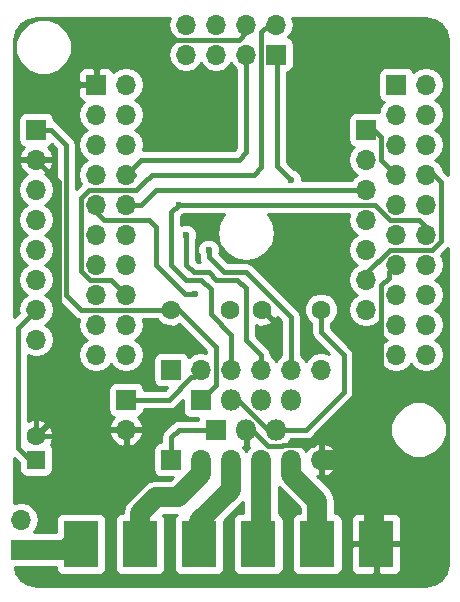
<source format=gtl>
G04 #@! TF.FileFunction,Copper,L1,Top,Signal*
%FSLAX46Y46*%
G04 Gerber Fmt 4.6, Leading zero omitted, Abs format (unit mm)*
G04 Created by KiCad (PCBNEW 4.0.7) date 05/29/20 13:35:46*
%MOMM*%
%LPD*%
G01*
G04 APERTURE LIST*
%ADD10C,0.100000*%
%ADD11C,1.600000*%
%ADD12R,1.700000X1.700000*%
%ADD13O,1.700000X1.700000*%
%ADD14R,3.000000X4.000000*%
%ADD15R,1.800000X1.800000*%
%ADD16O,1.800000X1.800000*%
%ADD17R,1.600000X1.600000*%
%ADD18C,0.600000*%
%ADD19C,0.400000*%
%ADD20C,1.700000*%
%ADD21C,0.250000*%
%ADD22C,0.254000*%
G04 APERTURE END LIST*
D10*
D11*
X90170000Y-68580000D03*
X95170000Y-68580000D03*
X102870000Y-68580000D03*
X97870000Y-68580000D03*
D12*
X99060000Y-46990000D03*
D13*
X99060000Y-44450000D03*
X96520000Y-46990000D03*
X96520000Y-44450000D03*
X93980000Y-46990000D03*
X93980000Y-44450000D03*
X91440000Y-46990000D03*
X91440000Y-44450000D03*
D12*
X78740000Y-53340000D03*
D13*
X78740000Y-55880000D03*
X78740000Y-58420000D03*
X78740000Y-60960000D03*
X78740000Y-63500000D03*
X78740000Y-66040000D03*
X78740000Y-68580000D03*
X78740000Y-71120000D03*
D12*
X106680000Y-53340000D03*
D13*
X106680000Y-55880000D03*
X106680000Y-58420000D03*
X106680000Y-60960000D03*
X106680000Y-63500000D03*
X106680000Y-66040000D03*
X106680000Y-68580000D03*
D12*
X90170000Y-81280000D03*
D13*
X92710000Y-81280000D03*
X95250000Y-81280000D03*
X97790000Y-81280000D03*
X100330000Y-81280000D03*
X102870000Y-81280000D03*
D12*
X90170000Y-73660000D03*
D13*
X92710000Y-73660000D03*
X95250000Y-73660000D03*
X97790000Y-73660000D03*
X100330000Y-73660000D03*
X102870000Y-73660000D03*
D12*
X83820000Y-49530000D03*
D13*
X86360000Y-49530000D03*
X83820000Y-52070000D03*
X86360000Y-52070000D03*
X83820000Y-54610000D03*
X86360000Y-54610000D03*
X83820000Y-57150000D03*
X86360000Y-57150000D03*
X83820000Y-59690000D03*
X86360000Y-59690000D03*
X83820000Y-62230000D03*
X86360000Y-62230000D03*
X83820000Y-64770000D03*
X86360000Y-64770000D03*
X83820000Y-67310000D03*
X86360000Y-67310000D03*
X83820000Y-69850000D03*
X86360000Y-69850000D03*
X83820000Y-72390000D03*
X86360000Y-72390000D03*
D12*
X109220000Y-49530000D03*
D13*
X111760000Y-49530000D03*
X109220000Y-52070000D03*
X111760000Y-52070000D03*
X109220000Y-54610000D03*
X111760000Y-54610000D03*
X109220000Y-57150000D03*
X111760000Y-57150000D03*
X109220000Y-59690000D03*
X111760000Y-59690000D03*
X109220000Y-62230000D03*
X111760000Y-62230000D03*
X109220000Y-64770000D03*
X111760000Y-64770000D03*
X109220000Y-67310000D03*
X111760000Y-67310000D03*
X109220000Y-69850000D03*
X111760000Y-69850000D03*
X109220000Y-72390000D03*
X111760000Y-72390000D03*
D14*
X82550000Y-88430000D03*
X87550000Y-88430000D03*
X92550000Y-88430000D03*
X97550000Y-88430000D03*
X102550000Y-88430000D03*
X107550000Y-88430000D03*
D12*
X77470000Y-88900000D03*
D13*
X77470000Y-86360000D03*
D15*
X92710000Y-76200000D03*
D16*
X95250000Y-76200000D03*
X97790000Y-76200000D03*
X100330000Y-76200000D03*
D15*
X93980000Y-78740000D03*
D16*
X96520000Y-78740000D03*
X99060000Y-78740000D03*
D17*
X78740000Y-81280000D03*
D11*
X78740000Y-79280000D03*
D12*
X86360000Y-76200000D03*
D13*
X86360000Y-78740000D03*
D18*
X110490000Y-45720000D03*
X107950000Y-45720000D03*
X105410000Y-45720000D03*
X80645000Y-84455000D03*
X81280000Y-83820000D03*
X78740000Y-74295000D03*
X78740000Y-75565000D03*
X100330000Y-57577400D03*
X90805000Y-59690000D03*
X91440000Y-62230000D03*
X93345000Y-63500000D03*
X92182300Y-67261100D03*
D19*
X90170000Y-79375000D02*
X90170000Y-81280000D01*
X90805000Y-78740000D02*
X90170000Y-79375000D01*
X93980000Y-78740000D02*
X90805000Y-78740000D01*
D20*
X81280000Y-88900000D02*
X77470000Y-88900000D01*
X82550000Y-87630000D02*
X81280000Y-88900000D01*
D19*
X80010000Y-53340000D02*
X78740000Y-53340000D01*
X81280000Y-54610000D02*
X80010000Y-53340000D01*
X81280000Y-67310000D02*
X81280000Y-54610000D01*
X82550000Y-68580000D02*
X81280000Y-67310000D01*
X90170000Y-68580000D02*
X82550000Y-68580000D01*
X93980000Y-74930000D02*
X92710000Y-76200000D01*
X93980000Y-71755000D02*
X93980000Y-74930000D01*
X90805000Y-68580000D02*
X93980000Y-71755000D01*
X90170000Y-68580000D02*
X90805000Y-68580000D01*
X105410000Y-45720000D02*
X107950000Y-45720000D01*
X83820000Y-49530000D02*
X83820000Y-48260000D01*
X95885000Y-45720000D02*
X96520000Y-45085000D01*
X86360000Y-45720000D02*
X95885000Y-45720000D01*
X83820000Y-48260000D02*
X86360000Y-45720000D01*
X96520000Y-45085000D02*
X96520000Y-44450000D01*
X81280000Y-79375000D02*
X81280000Y-83820000D01*
X81185000Y-79280000D02*
X81280000Y-79375000D01*
X78740000Y-79280000D02*
X81185000Y-79280000D01*
X78740000Y-79280000D02*
X78740000Y-75565000D01*
X96520000Y-45085000D02*
X96520000Y-44450000D01*
D20*
X107315000Y-87395000D02*
X107550000Y-87630000D01*
X107315000Y-83820000D02*
X107315000Y-87395000D01*
X104775000Y-81280000D02*
X107315000Y-83820000D01*
X102870000Y-81280000D02*
X104775000Y-81280000D01*
D19*
X80645000Y-72390000D02*
X78740000Y-74295000D01*
X80645000Y-57785000D02*
X80645000Y-72390000D01*
X78740000Y-55880000D02*
X80645000Y-57785000D01*
X102858000Y-81280000D02*
X102870000Y-81280000D01*
X102858000Y-80654700D02*
X102858000Y-81280000D01*
X108585000Y-65405000D02*
X109220000Y-64770000D01*
X108585000Y-65903400D02*
X108585000Y-65405000D01*
X107950000Y-66538000D02*
X108585000Y-65903400D01*
X107950000Y-74285300D02*
X107950000Y-66538000D01*
X102220000Y-80016200D02*
X107950000Y-74285300D01*
X99622900Y-80016200D02*
X102220000Y-80016200D01*
X99547800Y-80091300D02*
X99622900Y-80016200D01*
X98369700Y-80091300D02*
X99547800Y-80091300D01*
X97018400Y-78740000D02*
X98369700Y-80091300D01*
X96520000Y-78740000D02*
X97018400Y-78740000D01*
X86360000Y-67310000D02*
X85090000Y-66040000D01*
X83278400Y-66040000D02*
X83298100Y-66059700D01*
X85090000Y-66040000D02*
X83278400Y-66040000D01*
X97155000Y-57150000D02*
X88520000Y-57150000D01*
X83298100Y-66059700D02*
X82556700Y-65318300D01*
X82556700Y-65318300D02*
X82556700Y-59139000D01*
X82556700Y-59139000D02*
X83256100Y-58439600D01*
X83256100Y-58439600D02*
X87230400Y-58439600D01*
X87230400Y-58439600D02*
X87885000Y-57785000D01*
X97809600Y-47625000D02*
X97809600Y-45065400D01*
X97809600Y-45065400D02*
X98425000Y-44450000D01*
X97809600Y-56495400D02*
X97155000Y-57150000D01*
X97809600Y-47625000D02*
X97809600Y-56495400D01*
X88520000Y-57150000D02*
X87885000Y-57785000D01*
X99060000Y-44450000D02*
X98425000Y-44450000D01*
X78232000Y-81280000D02*
X78740000Y-81280000D01*
X77216000Y-80264000D02*
X78232000Y-81280000D01*
X77216000Y-70104000D02*
X77216000Y-80264000D01*
X78740000Y-68580000D02*
X77216000Y-70104000D01*
X101600000Y-78740000D02*
X99060000Y-78740000D01*
X104775000Y-75565000D02*
X101600000Y-78740000D01*
X104775000Y-72390000D02*
X104775000Y-75565000D01*
X102870000Y-70485000D02*
X104775000Y-72390000D01*
X102870000Y-68580000D02*
X102870000Y-70485000D01*
X98359100Y-78740000D02*
X99060000Y-78740000D01*
X95819100Y-76200000D02*
X98359100Y-78740000D01*
X95250000Y-76200000D02*
X95819100Y-76200000D01*
X88880300Y-58420000D02*
X106680000Y-58420000D01*
X87610300Y-59690000D02*
X88880300Y-58420000D01*
X86360000Y-59690000D02*
X87610300Y-59690000D01*
X86360000Y-57150000D02*
X87630000Y-55880000D01*
X96520000Y-55245000D02*
X96520000Y-46990000D01*
X95885000Y-55880000D02*
X96520000Y-55245000D01*
X87630000Y-55880000D02*
X95885000Y-55880000D01*
X86995000Y-57150000D02*
X86677500Y-57150000D01*
X86677500Y-57150000D02*
X86360000Y-57150000D01*
X99163800Y-56411200D02*
X99163800Y-47093800D01*
X100330000Y-57577400D02*
X99163800Y-56411200D01*
X99163800Y-47093800D02*
X99060000Y-46990000D01*
X107315000Y-53340000D02*
X106680000Y-53340000D01*
X107950000Y-53975000D02*
X107315000Y-53340000D01*
X107950000Y-55880000D02*
X107950000Y-53975000D01*
X109220000Y-57150000D02*
X107950000Y-55880000D01*
X109220000Y-56515000D02*
X109220000Y-57150000D01*
X95250000Y-70718800D02*
X95250000Y-73660000D01*
X93517000Y-68985800D02*
X95250000Y-70718800D01*
X93517000Y-66847000D02*
X93517000Y-68985800D01*
X92710000Y-66040000D02*
X93517000Y-66847000D01*
X91440000Y-66040000D02*
X92710000Y-66040000D01*
X90170000Y-64770000D02*
X91440000Y-66040000D01*
X90170000Y-60325000D02*
X90170000Y-64770000D01*
X90805000Y-59690000D02*
X90170000Y-60325000D01*
X107414000Y-59690000D02*
X90805000Y-59690000D01*
X108684000Y-60960000D02*
X107414000Y-59690000D01*
X111125000Y-60960000D02*
X108684000Y-60960000D01*
X111760000Y-61595000D02*
X111125000Y-60960000D01*
X111760000Y-62230000D02*
X111760000Y-61595000D01*
X97790000Y-72409700D02*
X97790000Y-73660000D01*
X96520000Y-71139700D02*
X97790000Y-72409700D01*
X96520000Y-66769100D02*
X96520000Y-71139700D01*
X95790900Y-66040000D02*
X96520000Y-66769100D01*
X93980000Y-66040000D02*
X95790900Y-66040000D01*
X93345000Y-65405000D02*
X93980000Y-66040000D01*
X92075000Y-65405000D02*
X93345000Y-65405000D01*
X91440000Y-64770000D02*
X92075000Y-65405000D01*
X91440000Y-62230000D02*
X91440000Y-64770000D01*
X100330000Y-69215000D02*
X100330000Y-73660000D01*
X96520000Y-65405000D02*
X100330000Y-69215000D01*
X94615000Y-65405000D02*
X96520000Y-65405000D01*
X93345000Y-64135000D02*
X94615000Y-65405000D01*
X93345000Y-63500000D02*
X93345000Y-64135000D01*
X112395000Y-57150000D02*
X111760000Y-57150000D01*
X113030000Y-57785000D02*
X112395000Y-57150000D01*
X113030000Y-62748000D02*
X113030000Y-57785000D01*
X112278000Y-63500000D02*
X113030000Y-62748000D01*
X108689000Y-63500000D02*
X112278000Y-63500000D01*
X106680000Y-65509000D02*
X108689000Y-63500000D01*
X106680000Y-65509000D02*
X106680000Y-66040000D01*
X91391100Y-67261100D02*
X92182300Y-67261100D01*
X88900000Y-64770000D02*
X91391100Y-67261100D01*
X88900000Y-61595000D02*
X88900000Y-64770000D01*
X88265000Y-60960000D02*
X88900000Y-61595000D01*
X84455000Y-60960000D02*
X88265000Y-60960000D01*
X83820000Y-60325000D02*
X84455000Y-60960000D01*
X83820000Y-59690000D02*
X83820000Y-60325000D01*
D20*
X87550000Y-85805000D02*
X87550000Y-87630000D01*
X88900000Y-84455000D02*
X87550000Y-85805000D01*
X90725000Y-84455000D02*
X88900000Y-84455000D01*
X92710000Y-82470000D02*
X90725000Y-84455000D01*
X92710000Y-81280000D02*
X92710000Y-82470000D01*
X95250000Y-83820000D02*
X95250000Y-81280000D01*
X92550000Y-86520000D02*
X95250000Y-83820000D01*
X92550000Y-87630000D02*
X92550000Y-86520000D01*
X97790000Y-81280000D02*
X97790000Y-87390000D01*
D21*
X97550000Y-87630000D02*
X97790000Y-87390000D01*
D20*
X97790000Y-87390000D02*
X97550000Y-87630000D01*
X102550000Y-84770000D02*
X102550000Y-87630000D01*
X100330000Y-82550000D02*
X102550000Y-84770000D01*
X100330000Y-81280000D02*
X100330000Y-82550000D01*
D19*
X92075000Y-74295000D02*
X92710000Y-73660000D01*
X91891900Y-74295000D02*
X92075000Y-74295000D01*
X89986900Y-76200000D02*
X91891900Y-74295000D01*
X86360000Y-76200000D02*
X89986900Y-76200000D01*
D22*
G36*
X89955000Y-44420907D02*
X89955000Y-44479093D01*
X90068039Y-45047378D01*
X90389946Y-45529147D01*
X90675578Y-45720000D01*
X90389946Y-45910853D01*
X90068039Y-46392622D01*
X89955000Y-46960907D01*
X89955000Y-47019093D01*
X90068039Y-47587378D01*
X90389946Y-48069147D01*
X90871715Y-48391054D01*
X91440000Y-48504093D01*
X92008285Y-48391054D01*
X92490054Y-48069147D01*
X92710000Y-47739974D01*
X92929946Y-48069147D01*
X93411715Y-48391054D01*
X93980000Y-48504093D01*
X94548285Y-48391054D01*
X95030054Y-48069147D01*
X95250000Y-47739974D01*
X95469946Y-48069147D01*
X95685000Y-48212841D01*
X95685000Y-54899132D01*
X95539132Y-55045000D01*
X87787566Y-55045000D01*
X87874093Y-54610000D01*
X87761054Y-54041715D01*
X87439147Y-53559946D01*
X87109974Y-53340000D01*
X87439147Y-53120054D01*
X87761054Y-52638285D01*
X87874093Y-52070000D01*
X87761054Y-51501715D01*
X87439147Y-51019946D01*
X87109974Y-50800000D01*
X87439147Y-50580054D01*
X87761054Y-50098285D01*
X87874093Y-49530000D01*
X87761054Y-48961715D01*
X87439147Y-48479946D01*
X86957378Y-48158039D01*
X86389093Y-48045000D01*
X86330907Y-48045000D01*
X85762622Y-48158039D01*
X85280853Y-48479946D01*
X85276903Y-48485858D01*
X85208327Y-48320301D01*
X85029698Y-48141673D01*
X84796309Y-48045000D01*
X84105750Y-48045000D01*
X83947000Y-48203750D01*
X83947000Y-49403000D01*
X83967000Y-49403000D01*
X83967000Y-49657000D01*
X83947000Y-49657000D01*
X83947000Y-49677000D01*
X83693000Y-49677000D01*
X83693000Y-49657000D01*
X82493750Y-49657000D01*
X82335000Y-49815750D01*
X82335000Y-50506310D01*
X82431673Y-50739699D01*
X82610302Y-50918327D01*
X82784777Y-50990597D01*
X82740853Y-51019946D01*
X82418946Y-51501715D01*
X82305907Y-52070000D01*
X82418946Y-52638285D01*
X82740853Y-53120054D01*
X83070026Y-53340000D01*
X82740853Y-53559946D01*
X82418946Y-54041715D01*
X82305907Y-54610000D01*
X82418946Y-55178285D01*
X82740853Y-55660054D01*
X83070026Y-55880000D01*
X82740853Y-56099946D01*
X82418946Y-56581715D01*
X82305907Y-57150000D01*
X82418946Y-57718285D01*
X82570192Y-57944640D01*
X82115000Y-58399832D01*
X82115000Y-54610000D01*
X82051439Y-54290459D01*
X81870434Y-54019566D01*
X80600434Y-52749566D01*
X80433890Y-52638285D01*
X80329541Y-52568561D01*
X80237440Y-52550241D01*
X80237440Y-52490000D01*
X80193162Y-52254683D01*
X80054090Y-52038559D01*
X79841890Y-51893569D01*
X79590000Y-51842560D01*
X77890000Y-51842560D01*
X77654683Y-51886838D01*
X77438559Y-52025910D01*
X77293569Y-52238110D01*
X77242560Y-52490000D01*
X77242560Y-54190000D01*
X77286838Y-54425317D01*
X77425910Y-54641441D01*
X77638110Y-54786431D01*
X77746107Y-54808301D01*
X77468355Y-55113076D01*
X77298524Y-55523110D01*
X77419845Y-55753000D01*
X78613000Y-55753000D01*
X78613000Y-55733000D01*
X78867000Y-55733000D01*
X78867000Y-55753000D01*
X80060155Y-55753000D01*
X80181476Y-55523110D01*
X80011645Y-55113076D01*
X79735499Y-54810063D01*
X79825317Y-54793162D01*
X80041441Y-54654090D01*
X80082756Y-54593624D01*
X80445000Y-54955868D01*
X80445000Y-67310000D01*
X80508561Y-67629541D01*
X80656892Y-67851534D01*
X80689566Y-67900434D01*
X81959566Y-69170434D01*
X82230459Y-69351439D01*
X82398431Y-69384851D01*
X82305907Y-69850000D01*
X82418946Y-70418285D01*
X82740853Y-70900054D01*
X83070026Y-71120000D01*
X82740853Y-71339946D01*
X82418946Y-71821715D01*
X82305907Y-72390000D01*
X82418946Y-72958285D01*
X82740853Y-73440054D01*
X83222622Y-73761961D01*
X83790907Y-73875000D01*
X83849093Y-73875000D01*
X84417378Y-73761961D01*
X84899147Y-73440054D01*
X85090000Y-73154422D01*
X85280853Y-73440054D01*
X85762622Y-73761961D01*
X86330907Y-73875000D01*
X86389093Y-73875000D01*
X86957378Y-73761961D01*
X87439147Y-73440054D01*
X87761054Y-72958285D01*
X87874093Y-72390000D01*
X87761054Y-71821715D01*
X87439147Y-71339946D01*
X87109974Y-71120000D01*
X87439147Y-70900054D01*
X87761054Y-70418285D01*
X87874093Y-69850000D01*
X87787566Y-69415000D01*
X88975917Y-69415000D01*
X89356077Y-69795824D01*
X89883309Y-70014750D01*
X90454187Y-70015248D01*
X90882433Y-69838301D01*
X93145000Y-72100868D01*
X93145000Y-72232434D01*
X92710000Y-72145907D01*
X92141715Y-72258946D01*
X91659946Y-72580853D01*
X91632150Y-72622452D01*
X91623162Y-72574683D01*
X91484090Y-72358559D01*
X91271890Y-72213569D01*
X91020000Y-72162560D01*
X89320000Y-72162560D01*
X89084683Y-72206838D01*
X88868559Y-72345910D01*
X88723569Y-72558110D01*
X88672560Y-72810000D01*
X88672560Y-74510000D01*
X88716838Y-74745317D01*
X88855910Y-74961441D01*
X89068110Y-75106431D01*
X89320000Y-75157440D01*
X89848592Y-75157440D01*
X89641032Y-75365000D01*
X87857440Y-75365000D01*
X87857440Y-75350000D01*
X87813162Y-75114683D01*
X87674090Y-74898559D01*
X87461890Y-74753569D01*
X87210000Y-74702560D01*
X85510000Y-74702560D01*
X85274683Y-74746838D01*
X85058559Y-74885910D01*
X84913569Y-75098110D01*
X84862560Y-75350000D01*
X84862560Y-77050000D01*
X84906838Y-77285317D01*
X85045910Y-77501441D01*
X85258110Y-77646431D01*
X85372301Y-77669555D01*
X85164817Y-77858642D01*
X84918514Y-78383108D01*
X85039181Y-78613000D01*
X86233000Y-78613000D01*
X86233000Y-78593000D01*
X86487000Y-78593000D01*
X86487000Y-78613000D01*
X87680819Y-78613000D01*
X87801486Y-78383108D01*
X87555183Y-77858642D01*
X87349496Y-77671192D01*
X87445317Y-77653162D01*
X87661441Y-77514090D01*
X87806431Y-77301890D01*
X87857440Y-77050000D01*
X87857440Y-77035000D01*
X89986900Y-77035000D01*
X90306441Y-76971439D01*
X90577334Y-76790434D01*
X91162560Y-76205208D01*
X91162560Y-77100000D01*
X91206838Y-77335317D01*
X91345910Y-77551441D01*
X91558110Y-77696431D01*
X91810000Y-77747440D01*
X92451304Y-77747440D01*
X92432560Y-77840000D01*
X92432560Y-77905000D01*
X90805000Y-77905000D01*
X90485460Y-77968560D01*
X90214566Y-78149566D01*
X89579566Y-78784566D01*
X89398561Y-79055459D01*
X89335000Y-79375000D01*
X89335000Y-79782560D01*
X89320000Y-79782560D01*
X89084683Y-79826838D01*
X88868559Y-79965910D01*
X88723569Y-80178110D01*
X88672560Y-80430000D01*
X88672560Y-82130000D01*
X88716838Y-82365317D01*
X88855910Y-82581441D01*
X89068110Y-82726431D01*
X89320000Y-82777440D01*
X90302452Y-82777440D01*
X90109892Y-82970000D01*
X88900000Y-82970000D01*
X88331715Y-83083039D01*
X87849946Y-83404946D01*
X87849944Y-83404949D01*
X86499946Y-84754946D01*
X86178039Y-85236715D01*
X86069463Y-85782560D01*
X86050000Y-85782560D01*
X85814683Y-85826838D01*
X85598559Y-85965910D01*
X85453569Y-86178110D01*
X85402560Y-86430000D01*
X85402560Y-90430000D01*
X85446838Y-90665317D01*
X85585910Y-90881441D01*
X85798110Y-91026431D01*
X86050000Y-91077440D01*
X89050000Y-91077440D01*
X89285317Y-91033162D01*
X89501441Y-90894090D01*
X89646431Y-90681890D01*
X89697440Y-90430000D01*
X89697440Y-86430000D01*
X89653162Y-86194683D01*
X89514090Y-85978559D01*
X89491787Y-85963320D01*
X89515107Y-85940000D01*
X90638824Y-85940000D01*
X90598559Y-85965910D01*
X90453569Y-86178110D01*
X90402560Y-86430000D01*
X90402560Y-90430000D01*
X90446838Y-90665317D01*
X90585910Y-90881441D01*
X90798110Y-91026431D01*
X91050000Y-91077440D01*
X94050000Y-91077440D01*
X94285317Y-91033162D01*
X94501441Y-90894090D01*
X94646431Y-90681890D01*
X94697440Y-90430000D01*
X94697440Y-86472668D01*
X96300051Y-84870056D01*
X96300054Y-84870054D01*
X96305000Y-84862652D01*
X96305000Y-85782560D01*
X96050000Y-85782560D01*
X95814683Y-85826838D01*
X95598559Y-85965910D01*
X95453569Y-86178110D01*
X95402560Y-86430000D01*
X95402560Y-90430000D01*
X95446838Y-90665317D01*
X95585910Y-90881441D01*
X95798110Y-91026431D01*
X96050000Y-91077440D01*
X99050000Y-91077440D01*
X99285317Y-91033162D01*
X99501441Y-90894090D01*
X99646431Y-90681890D01*
X99697440Y-90430000D01*
X99697440Y-86430000D01*
X99653162Y-86194683D01*
X99514090Y-85978559D01*
X99301890Y-85833569D01*
X99275000Y-85828124D01*
X99275000Y-83592652D01*
X99279946Y-83600054D01*
X101065000Y-85385107D01*
X101065000Y-85782560D01*
X101050000Y-85782560D01*
X100814683Y-85826838D01*
X100598559Y-85965910D01*
X100453569Y-86178110D01*
X100402560Y-86430000D01*
X100402560Y-90430000D01*
X100446838Y-90665317D01*
X100585910Y-90881441D01*
X100798110Y-91026431D01*
X101050000Y-91077440D01*
X104050000Y-91077440D01*
X104285317Y-91033162D01*
X104501441Y-90894090D01*
X104646431Y-90681890D01*
X104697440Y-90430000D01*
X104697440Y-88715750D01*
X105415000Y-88715750D01*
X105415000Y-90556310D01*
X105511673Y-90789699D01*
X105690302Y-90968327D01*
X105923691Y-91065000D01*
X107264250Y-91065000D01*
X107423000Y-90906250D01*
X107423000Y-88557000D01*
X107677000Y-88557000D01*
X107677000Y-90906250D01*
X107835750Y-91065000D01*
X109176309Y-91065000D01*
X109409698Y-90968327D01*
X109588327Y-90789699D01*
X109685000Y-90556310D01*
X109685000Y-88715750D01*
X109526250Y-88557000D01*
X107677000Y-88557000D01*
X107423000Y-88557000D01*
X105573750Y-88557000D01*
X105415000Y-88715750D01*
X104697440Y-88715750D01*
X104697440Y-86430000D01*
X104673674Y-86303690D01*
X105415000Y-86303690D01*
X105415000Y-88144250D01*
X105573750Y-88303000D01*
X107423000Y-88303000D01*
X107423000Y-85953750D01*
X107677000Y-85953750D01*
X107677000Y-88303000D01*
X109526250Y-88303000D01*
X109685000Y-88144250D01*
X109685000Y-86303690D01*
X109588327Y-86070301D01*
X109409698Y-85891673D01*
X109176309Y-85795000D01*
X107835750Y-85795000D01*
X107677000Y-85953750D01*
X107423000Y-85953750D01*
X107264250Y-85795000D01*
X105923691Y-85795000D01*
X105690302Y-85891673D01*
X105511673Y-86070301D01*
X105415000Y-86303690D01*
X104673674Y-86303690D01*
X104653162Y-86194683D01*
X104514090Y-85978559D01*
X104301890Y-85833569D01*
X104050000Y-85782560D01*
X104035000Y-85782560D01*
X104035000Y-84770005D01*
X104035001Y-84770000D01*
X103921961Y-84201715D01*
X103810566Y-84035000D01*
X103600054Y-83719946D01*
X103600051Y-83719944D01*
X102571022Y-82690914D01*
X102743000Y-82600155D01*
X102743000Y-81407000D01*
X102997000Y-81407000D01*
X102997000Y-82600155D01*
X103226890Y-82721476D01*
X103636924Y-82551645D01*
X104065183Y-82161358D01*
X104311486Y-81636892D01*
X104190819Y-81407000D01*
X102997000Y-81407000D01*
X102743000Y-81407000D01*
X102723000Y-81407000D01*
X102723000Y-81153000D01*
X102743000Y-81153000D01*
X102743000Y-79959845D01*
X102997000Y-79959845D01*
X102997000Y-81153000D01*
X104190819Y-81153000D01*
X104311486Y-80923108D01*
X104065183Y-80398642D01*
X103636924Y-80008355D01*
X103226890Y-79838524D01*
X102997000Y-79959845D01*
X102743000Y-79959845D01*
X102513110Y-79838524D01*
X102103076Y-80008355D01*
X101674817Y-80398642D01*
X101607702Y-80541553D01*
X101380054Y-80200853D01*
X100898285Y-79878946D01*
X100330000Y-79765907D01*
X100197648Y-79792233D01*
X100342799Y-79575000D01*
X101600000Y-79575000D01*
X101919541Y-79511439D01*
X102190434Y-79330434D01*
X102308543Y-79212325D01*
X108739587Y-79212325D01*
X109101916Y-80089229D01*
X109772242Y-80760726D01*
X110648513Y-81124585D01*
X111597325Y-81125413D01*
X112474229Y-80763084D01*
X113145726Y-80092758D01*
X113509585Y-79216487D01*
X113510413Y-78267675D01*
X113148084Y-77390771D01*
X112477758Y-76719274D01*
X111601487Y-76355415D01*
X110652675Y-76354587D01*
X109775771Y-76716916D01*
X109104274Y-77387242D01*
X108740415Y-78263513D01*
X108739587Y-79212325D01*
X102308543Y-79212325D01*
X105365434Y-76155434D01*
X105546439Y-75884541D01*
X105610000Y-75565000D01*
X105610000Y-72390000D01*
X105546439Y-72070459D01*
X105365434Y-71799566D01*
X103705000Y-70139132D01*
X103705000Y-69774083D01*
X104085824Y-69393923D01*
X104304750Y-68866691D01*
X104305248Y-68295813D01*
X104087243Y-67768200D01*
X103683923Y-67364176D01*
X103156691Y-67145250D01*
X102585813Y-67144752D01*
X102058200Y-67362757D01*
X101654176Y-67766077D01*
X101435250Y-68293309D01*
X101434752Y-68864187D01*
X101652757Y-69391800D01*
X102035000Y-69774710D01*
X102035000Y-70485000D01*
X102098561Y-70804541D01*
X102241216Y-71018039D01*
X102279566Y-71075434D01*
X103513003Y-72308871D01*
X103438285Y-72258946D01*
X102870000Y-72145907D01*
X102301715Y-72258946D01*
X101819946Y-72580853D01*
X101600000Y-72910026D01*
X101380054Y-72580853D01*
X101165000Y-72437159D01*
X101165000Y-69215000D01*
X101156135Y-69170434D01*
X101101440Y-68895460D01*
X100920434Y-68624566D01*
X97110434Y-64814566D01*
X96980678Y-64727866D01*
X96839541Y-64633561D01*
X96520000Y-64570000D01*
X94960868Y-64570000D01*
X94220520Y-63829652D01*
X94279838Y-63686799D01*
X94280162Y-63314833D01*
X94138117Y-62971057D01*
X93875327Y-62707808D01*
X93531799Y-62565162D01*
X93159833Y-62564838D01*
X92816057Y-62706883D01*
X92552808Y-62969673D01*
X92410162Y-63313201D01*
X92409838Y-63685167D01*
X92510000Y-63927578D01*
X92510000Y-64135000D01*
X92573561Y-64454541D01*
X92650708Y-64570000D01*
X92420868Y-64570000D01*
X92275000Y-64424132D01*
X92275000Y-62657234D01*
X92374838Y-62416799D01*
X92375162Y-62044833D01*
X92233117Y-61701057D01*
X91970327Y-61437808D01*
X91626799Y-61295162D01*
X91254833Y-61294838D01*
X91005000Y-61398067D01*
X91005000Y-60670868D01*
X91093333Y-60582535D01*
X91232578Y-60525000D01*
X94698993Y-60525000D01*
X94269822Y-61167300D01*
X94088275Y-62080000D01*
X94269822Y-62992700D01*
X94786825Y-63766450D01*
X95560575Y-64283453D01*
X96473275Y-64465000D01*
X96566725Y-64465000D01*
X97479425Y-64283453D01*
X98253175Y-63766450D01*
X98770178Y-62992700D01*
X98951725Y-62080000D01*
X98770178Y-61167300D01*
X98341007Y-60525000D01*
X105252434Y-60525000D01*
X105165907Y-60960000D01*
X105278946Y-61528285D01*
X105600853Y-62010054D01*
X105930026Y-62230000D01*
X105600853Y-62449946D01*
X105278946Y-62931715D01*
X105165907Y-63500000D01*
X105278946Y-64068285D01*
X105600853Y-64550054D01*
X105930026Y-64770000D01*
X105600853Y-64989946D01*
X105278946Y-65471715D01*
X105165907Y-66040000D01*
X105278946Y-66608285D01*
X105600853Y-67090054D01*
X105930026Y-67310000D01*
X105600853Y-67529946D01*
X105278946Y-68011715D01*
X105165907Y-68580000D01*
X105278946Y-69148285D01*
X105600853Y-69630054D01*
X106082622Y-69951961D01*
X106650907Y-70065000D01*
X106709093Y-70065000D01*
X107277378Y-69951961D01*
X107748202Y-69637367D01*
X107705907Y-69850000D01*
X107818946Y-70418285D01*
X108140853Y-70900054D01*
X108470026Y-71120000D01*
X108140853Y-71339946D01*
X107818946Y-71821715D01*
X107705907Y-72390000D01*
X107818946Y-72958285D01*
X108140853Y-73440054D01*
X108622622Y-73761961D01*
X109190907Y-73875000D01*
X109249093Y-73875000D01*
X109817378Y-73761961D01*
X110299147Y-73440054D01*
X110490000Y-73154422D01*
X110680853Y-73440054D01*
X111162622Y-73761961D01*
X111730907Y-73875000D01*
X111789093Y-73875000D01*
X112357378Y-73761961D01*
X112839147Y-73440054D01*
X113161054Y-72958285D01*
X113274093Y-72390000D01*
X113161054Y-71821715D01*
X112839147Y-71339946D01*
X112509974Y-71120000D01*
X112839147Y-70900054D01*
X113161054Y-70418285D01*
X113274093Y-69850000D01*
X113161054Y-69281715D01*
X112839147Y-68799946D01*
X112509974Y-68580000D01*
X112839147Y-68360054D01*
X113161054Y-67878285D01*
X113274093Y-67310000D01*
X113161054Y-66741715D01*
X112839147Y-66259946D01*
X112509974Y-66040000D01*
X112839147Y-65820054D01*
X113161054Y-65338285D01*
X113274093Y-64770000D01*
X113161054Y-64201715D01*
X112999274Y-63959594D01*
X113590000Y-63368868D01*
X113590000Y-90100069D01*
X113437848Y-90864989D01*
X113044170Y-91454170D01*
X112454989Y-91847848D01*
X111690069Y-92000000D01*
X78809931Y-92000000D01*
X78045011Y-91847848D01*
X77455830Y-91454170D01*
X77062152Y-90864989D01*
X76969151Y-90397440D01*
X78320000Y-90397440D01*
X78386113Y-90385000D01*
X80402560Y-90385000D01*
X80402560Y-90430000D01*
X80446838Y-90665317D01*
X80585910Y-90881441D01*
X80798110Y-91026431D01*
X81050000Y-91077440D01*
X84050000Y-91077440D01*
X84285317Y-91033162D01*
X84501441Y-90894090D01*
X84646431Y-90681890D01*
X84697440Y-90430000D01*
X84697440Y-86430000D01*
X84653162Y-86194683D01*
X84514090Y-85978559D01*
X84301890Y-85833569D01*
X84050000Y-85782560D01*
X81050000Y-85782560D01*
X80814683Y-85826838D01*
X80598559Y-85965910D01*
X80453569Y-86178110D01*
X80402560Y-86430000D01*
X80402560Y-87415000D01*
X78536188Y-87415000D01*
X78841961Y-86957378D01*
X78955000Y-86389093D01*
X78955000Y-86330907D01*
X78841961Y-85762622D01*
X78520054Y-85280853D01*
X78038285Y-84958946D01*
X77470000Y-84845907D01*
X76910000Y-84957298D01*
X76910000Y-81138868D01*
X77292560Y-81521428D01*
X77292560Y-82080000D01*
X77336838Y-82315317D01*
X77475910Y-82531441D01*
X77688110Y-82676431D01*
X77940000Y-82727440D01*
X79540000Y-82727440D01*
X79775317Y-82683162D01*
X79991441Y-82544090D01*
X80136431Y-82331890D01*
X80187440Y-82080000D01*
X80187440Y-80480000D01*
X80143162Y-80244683D01*
X80004090Y-80028559D01*
X79997452Y-80024023D01*
X80186965Y-79496777D01*
X80167900Y-79096892D01*
X84918514Y-79096892D01*
X85164817Y-79621358D01*
X85593076Y-80011645D01*
X86003110Y-80181476D01*
X86233000Y-80060155D01*
X86233000Y-78867000D01*
X86487000Y-78867000D01*
X86487000Y-80060155D01*
X86716890Y-80181476D01*
X87126924Y-80011645D01*
X87555183Y-79621358D01*
X87801486Y-79096892D01*
X87680819Y-78867000D01*
X86487000Y-78867000D01*
X86233000Y-78867000D01*
X85039181Y-78867000D01*
X84918514Y-79096892D01*
X80167900Y-79096892D01*
X80159778Y-78926546D01*
X79993864Y-78525995D01*
X79747745Y-78451861D01*
X78919605Y-79280000D01*
X78933748Y-79294142D01*
X78754143Y-79473748D01*
X78740000Y-79459605D01*
X78725858Y-79473748D01*
X78546252Y-79294142D01*
X78560395Y-79280000D01*
X78546252Y-79265858D01*
X78725858Y-79086252D01*
X78740000Y-79100395D01*
X79568139Y-78272255D01*
X79494005Y-78026136D01*
X78956777Y-77833035D01*
X78386546Y-77860222D01*
X78051000Y-77999210D01*
X78051000Y-72430741D01*
X78142622Y-72491961D01*
X78710907Y-72605000D01*
X78769093Y-72605000D01*
X79337378Y-72491961D01*
X79819147Y-72170054D01*
X80141054Y-71688285D01*
X80254093Y-71120000D01*
X80141054Y-70551715D01*
X79819147Y-70069946D01*
X79489974Y-69850000D01*
X79819147Y-69630054D01*
X80141054Y-69148285D01*
X80254093Y-68580000D01*
X80141054Y-68011715D01*
X79819147Y-67529946D01*
X79489974Y-67310000D01*
X79819147Y-67090054D01*
X80141054Y-66608285D01*
X80254093Y-66040000D01*
X80141054Y-65471715D01*
X79819147Y-64989946D01*
X79489974Y-64770000D01*
X79819147Y-64550054D01*
X80141054Y-64068285D01*
X80254093Y-63500000D01*
X80141054Y-62931715D01*
X79819147Y-62449946D01*
X79489974Y-62230000D01*
X79819147Y-62010054D01*
X80141054Y-61528285D01*
X80254093Y-60960000D01*
X80141054Y-60391715D01*
X79819147Y-59909946D01*
X79489974Y-59690000D01*
X79819147Y-59470054D01*
X80141054Y-58988285D01*
X80254093Y-58420000D01*
X80141054Y-57851715D01*
X79819147Y-57369946D01*
X79478447Y-57142298D01*
X79621358Y-57075183D01*
X80011645Y-56646924D01*
X80181476Y-56236890D01*
X80060155Y-56007000D01*
X78867000Y-56007000D01*
X78867000Y-56027000D01*
X78613000Y-56027000D01*
X78613000Y-56007000D01*
X77419845Y-56007000D01*
X77298524Y-56236890D01*
X77468355Y-56646924D01*
X77858642Y-57075183D01*
X78001553Y-57142298D01*
X77660853Y-57369946D01*
X77338946Y-57851715D01*
X77225907Y-58420000D01*
X77338946Y-58988285D01*
X77660853Y-59470054D01*
X77990026Y-59690000D01*
X77660853Y-59909946D01*
X77338946Y-60391715D01*
X77225907Y-60960000D01*
X77338946Y-61528285D01*
X77660853Y-62010054D01*
X77990026Y-62230000D01*
X77660853Y-62449946D01*
X77338946Y-62931715D01*
X77225907Y-63500000D01*
X77338946Y-64068285D01*
X77660853Y-64550054D01*
X77990026Y-64770000D01*
X77660853Y-64989946D01*
X77338946Y-65471715D01*
X77225907Y-66040000D01*
X77338946Y-66608285D01*
X77660853Y-67090054D01*
X77990026Y-67310000D01*
X77660853Y-67529946D01*
X77338946Y-68011715D01*
X77225907Y-68580000D01*
X77281193Y-68857939D01*
X76910000Y-69229132D01*
X76910000Y-46827325D01*
X76989587Y-46827325D01*
X77351916Y-47704229D01*
X78022242Y-48375726D01*
X78898513Y-48739585D01*
X79847325Y-48740413D01*
X80299229Y-48553690D01*
X82335000Y-48553690D01*
X82335000Y-49244250D01*
X82493750Y-49403000D01*
X83693000Y-49403000D01*
X83693000Y-48203750D01*
X83534250Y-48045000D01*
X82843691Y-48045000D01*
X82610302Y-48141673D01*
X82431673Y-48320301D01*
X82335000Y-48553690D01*
X80299229Y-48553690D01*
X80724229Y-48378084D01*
X81395726Y-47707758D01*
X81759585Y-46831487D01*
X81760413Y-45882675D01*
X81398084Y-45005771D01*
X80727758Y-44334274D01*
X79851487Y-43970415D01*
X78902675Y-43969587D01*
X78025771Y-44331916D01*
X77354274Y-45002242D01*
X76990415Y-45878513D01*
X76989587Y-46827325D01*
X76910000Y-46827325D01*
X76910000Y-45789931D01*
X77062152Y-45025011D01*
X77455830Y-44435830D01*
X78045011Y-44042152D01*
X78809931Y-43890000D01*
X90060604Y-43890000D01*
X89955000Y-44420907D01*
X89955000Y-44420907D01*
G37*
X89955000Y-44420907D02*
X89955000Y-44479093D01*
X90068039Y-45047378D01*
X90389946Y-45529147D01*
X90675578Y-45720000D01*
X90389946Y-45910853D01*
X90068039Y-46392622D01*
X89955000Y-46960907D01*
X89955000Y-47019093D01*
X90068039Y-47587378D01*
X90389946Y-48069147D01*
X90871715Y-48391054D01*
X91440000Y-48504093D01*
X92008285Y-48391054D01*
X92490054Y-48069147D01*
X92710000Y-47739974D01*
X92929946Y-48069147D01*
X93411715Y-48391054D01*
X93980000Y-48504093D01*
X94548285Y-48391054D01*
X95030054Y-48069147D01*
X95250000Y-47739974D01*
X95469946Y-48069147D01*
X95685000Y-48212841D01*
X95685000Y-54899132D01*
X95539132Y-55045000D01*
X87787566Y-55045000D01*
X87874093Y-54610000D01*
X87761054Y-54041715D01*
X87439147Y-53559946D01*
X87109974Y-53340000D01*
X87439147Y-53120054D01*
X87761054Y-52638285D01*
X87874093Y-52070000D01*
X87761054Y-51501715D01*
X87439147Y-51019946D01*
X87109974Y-50800000D01*
X87439147Y-50580054D01*
X87761054Y-50098285D01*
X87874093Y-49530000D01*
X87761054Y-48961715D01*
X87439147Y-48479946D01*
X86957378Y-48158039D01*
X86389093Y-48045000D01*
X86330907Y-48045000D01*
X85762622Y-48158039D01*
X85280853Y-48479946D01*
X85276903Y-48485858D01*
X85208327Y-48320301D01*
X85029698Y-48141673D01*
X84796309Y-48045000D01*
X84105750Y-48045000D01*
X83947000Y-48203750D01*
X83947000Y-49403000D01*
X83967000Y-49403000D01*
X83967000Y-49657000D01*
X83947000Y-49657000D01*
X83947000Y-49677000D01*
X83693000Y-49677000D01*
X83693000Y-49657000D01*
X82493750Y-49657000D01*
X82335000Y-49815750D01*
X82335000Y-50506310D01*
X82431673Y-50739699D01*
X82610302Y-50918327D01*
X82784777Y-50990597D01*
X82740853Y-51019946D01*
X82418946Y-51501715D01*
X82305907Y-52070000D01*
X82418946Y-52638285D01*
X82740853Y-53120054D01*
X83070026Y-53340000D01*
X82740853Y-53559946D01*
X82418946Y-54041715D01*
X82305907Y-54610000D01*
X82418946Y-55178285D01*
X82740853Y-55660054D01*
X83070026Y-55880000D01*
X82740853Y-56099946D01*
X82418946Y-56581715D01*
X82305907Y-57150000D01*
X82418946Y-57718285D01*
X82570192Y-57944640D01*
X82115000Y-58399832D01*
X82115000Y-54610000D01*
X82051439Y-54290459D01*
X81870434Y-54019566D01*
X80600434Y-52749566D01*
X80433890Y-52638285D01*
X80329541Y-52568561D01*
X80237440Y-52550241D01*
X80237440Y-52490000D01*
X80193162Y-52254683D01*
X80054090Y-52038559D01*
X79841890Y-51893569D01*
X79590000Y-51842560D01*
X77890000Y-51842560D01*
X77654683Y-51886838D01*
X77438559Y-52025910D01*
X77293569Y-52238110D01*
X77242560Y-52490000D01*
X77242560Y-54190000D01*
X77286838Y-54425317D01*
X77425910Y-54641441D01*
X77638110Y-54786431D01*
X77746107Y-54808301D01*
X77468355Y-55113076D01*
X77298524Y-55523110D01*
X77419845Y-55753000D01*
X78613000Y-55753000D01*
X78613000Y-55733000D01*
X78867000Y-55733000D01*
X78867000Y-55753000D01*
X80060155Y-55753000D01*
X80181476Y-55523110D01*
X80011645Y-55113076D01*
X79735499Y-54810063D01*
X79825317Y-54793162D01*
X80041441Y-54654090D01*
X80082756Y-54593624D01*
X80445000Y-54955868D01*
X80445000Y-67310000D01*
X80508561Y-67629541D01*
X80656892Y-67851534D01*
X80689566Y-67900434D01*
X81959566Y-69170434D01*
X82230459Y-69351439D01*
X82398431Y-69384851D01*
X82305907Y-69850000D01*
X82418946Y-70418285D01*
X82740853Y-70900054D01*
X83070026Y-71120000D01*
X82740853Y-71339946D01*
X82418946Y-71821715D01*
X82305907Y-72390000D01*
X82418946Y-72958285D01*
X82740853Y-73440054D01*
X83222622Y-73761961D01*
X83790907Y-73875000D01*
X83849093Y-73875000D01*
X84417378Y-73761961D01*
X84899147Y-73440054D01*
X85090000Y-73154422D01*
X85280853Y-73440054D01*
X85762622Y-73761961D01*
X86330907Y-73875000D01*
X86389093Y-73875000D01*
X86957378Y-73761961D01*
X87439147Y-73440054D01*
X87761054Y-72958285D01*
X87874093Y-72390000D01*
X87761054Y-71821715D01*
X87439147Y-71339946D01*
X87109974Y-71120000D01*
X87439147Y-70900054D01*
X87761054Y-70418285D01*
X87874093Y-69850000D01*
X87787566Y-69415000D01*
X88975917Y-69415000D01*
X89356077Y-69795824D01*
X89883309Y-70014750D01*
X90454187Y-70015248D01*
X90882433Y-69838301D01*
X93145000Y-72100868D01*
X93145000Y-72232434D01*
X92710000Y-72145907D01*
X92141715Y-72258946D01*
X91659946Y-72580853D01*
X91632150Y-72622452D01*
X91623162Y-72574683D01*
X91484090Y-72358559D01*
X91271890Y-72213569D01*
X91020000Y-72162560D01*
X89320000Y-72162560D01*
X89084683Y-72206838D01*
X88868559Y-72345910D01*
X88723569Y-72558110D01*
X88672560Y-72810000D01*
X88672560Y-74510000D01*
X88716838Y-74745317D01*
X88855910Y-74961441D01*
X89068110Y-75106431D01*
X89320000Y-75157440D01*
X89848592Y-75157440D01*
X89641032Y-75365000D01*
X87857440Y-75365000D01*
X87857440Y-75350000D01*
X87813162Y-75114683D01*
X87674090Y-74898559D01*
X87461890Y-74753569D01*
X87210000Y-74702560D01*
X85510000Y-74702560D01*
X85274683Y-74746838D01*
X85058559Y-74885910D01*
X84913569Y-75098110D01*
X84862560Y-75350000D01*
X84862560Y-77050000D01*
X84906838Y-77285317D01*
X85045910Y-77501441D01*
X85258110Y-77646431D01*
X85372301Y-77669555D01*
X85164817Y-77858642D01*
X84918514Y-78383108D01*
X85039181Y-78613000D01*
X86233000Y-78613000D01*
X86233000Y-78593000D01*
X86487000Y-78593000D01*
X86487000Y-78613000D01*
X87680819Y-78613000D01*
X87801486Y-78383108D01*
X87555183Y-77858642D01*
X87349496Y-77671192D01*
X87445317Y-77653162D01*
X87661441Y-77514090D01*
X87806431Y-77301890D01*
X87857440Y-77050000D01*
X87857440Y-77035000D01*
X89986900Y-77035000D01*
X90306441Y-76971439D01*
X90577334Y-76790434D01*
X91162560Y-76205208D01*
X91162560Y-77100000D01*
X91206838Y-77335317D01*
X91345910Y-77551441D01*
X91558110Y-77696431D01*
X91810000Y-77747440D01*
X92451304Y-77747440D01*
X92432560Y-77840000D01*
X92432560Y-77905000D01*
X90805000Y-77905000D01*
X90485460Y-77968560D01*
X90214566Y-78149566D01*
X89579566Y-78784566D01*
X89398561Y-79055459D01*
X89335000Y-79375000D01*
X89335000Y-79782560D01*
X89320000Y-79782560D01*
X89084683Y-79826838D01*
X88868559Y-79965910D01*
X88723569Y-80178110D01*
X88672560Y-80430000D01*
X88672560Y-82130000D01*
X88716838Y-82365317D01*
X88855910Y-82581441D01*
X89068110Y-82726431D01*
X89320000Y-82777440D01*
X90302452Y-82777440D01*
X90109892Y-82970000D01*
X88900000Y-82970000D01*
X88331715Y-83083039D01*
X87849946Y-83404946D01*
X87849944Y-83404949D01*
X86499946Y-84754946D01*
X86178039Y-85236715D01*
X86069463Y-85782560D01*
X86050000Y-85782560D01*
X85814683Y-85826838D01*
X85598559Y-85965910D01*
X85453569Y-86178110D01*
X85402560Y-86430000D01*
X85402560Y-90430000D01*
X85446838Y-90665317D01*
X85585910Y-90881441D01*
X85798110Y-91026431D01*
X86050000Y-91077440D01*
X89050000Y-91077440D01*
X89285317Y-91033162D01*
X89501441Y-90894090D01*
X89646431Y-90681890D01*
X89697440Y-90430000D01*
X89697440Y-86430000D01*
X89653162Y-86194683D01*
X89514090Y-85978559D01*
X89491787Y-85963320D01*
X89515107Y-85940000D01*
X90638824Y-85940000D01*
X90598559Y-85965910D01*
X90453569Y-86178110D01*
X90402560Y-86430000D01*
X90402560Y-90430000D01*
X90446838Y-90665317D01*
X90585910Y-90881441D01*
X90798110Y-91026431D01*
X91050000Y-91077440D01*
X94050000Y-91077440D01*
X94285317Y-91033162D01*
X94501441Y-90894090D01*
X94646431Y-90681890D01*
X94697440Y-90430000D01*
X94697440Y-86472668D01*
X96300051Y-84870056D01*
X96300054Y-84870054D01*
X96305000Y-84862652D01*
X96305000Y-85782560D01*
X96050000Y-85782560D01*
X95814683Y-85826838D01*
X95598559Y-85965910D01*
X95453569Y-86178110D01*
X95402560Y-86430000D01*
X95402560Y-90430000D01*
X95446838Y-90665317D01*
X95585910Y-90881441D01*
X95798110Y-91026431D01*
X96050000Y-91077440D01*
X99050000Y-91077440D01*
X99285317Y-91033162D01*
X99501441Y-90894090D01*
X99646431Y-90681890D01*
X99697440Y-90430000D01*
X99697440Y-86430000D01*
X99653162Y-86194683D01*
X99514090Y-85978559D01*
X99301890Y-85833569D01*
X99275000Y-85828124D01*
X99275000Y-83592652D01*
X99279946Y-83600054D01*
X101065000Y-85385107D01*
X101065000Y-85782560D01*
X101050000Y-85782560D01*
X100814683Y-85826838D01*
X100598559Y-85965910D01*
X100453569Y-86178110D01*
X100402560Y-86430000D01*
X100402560Y-90430000D01*
X100446838Y-90665317D01*
X100585910Y-90881441D01*
X100798110Y-91026431D01*
X101050000Y-91077440D01*
X104050000Y-91077440D01*
X104285317Y-91033162D01*
X104501441Y-90894090D01*
X104646431Y-90681890D01*
X104697440Y-90430000D01*
X104697440Y-88715750D01*
X105415000Y-88715750D01*
X105415000Y-90556310D01*
X105511673Y-90789699D01*
X105690302Y-90968327D01*
X105923691Y-91065000D01*
X107264250Y-91065000D01*
X107423000Y-90906250D01*
X107423000Y-88557000D01*
X107677000Y-88557000D01*
X107677000Y-90906250D01*
X107835750Y-91065000D01*
X109176309Y-91065000D01*
X109409698Y-90968327D01*
X109588327Y-90789699D01*
X109685000Y-90556310D01*
X109685000Y-88715750D01*
X109526250Y-88557000D01*
X107677000Y-88557000D01*
X107423000Y-88557000D01*
X105573750Y-88557000D01*
X105415000Y-88715750D01*
X104697440Y-88715750D01*
X104697440Y-86430000D01*
X104673674Y-86303690D01*
X105415000Y-86303690D01*
X105415000Y-88144250D01*
X105573750Y-88303000D01*
X107423000Y-88303000D01*
X107423000Y-85953750D01*
X107677000Y-85953750D01*
X107677000Y-88303000D01*
X109526250Y-88303000D01*
X109685000Y-88144250D01*
X109685000Y-86303690D01*
X109588327Y-86070301D01*
X109409698Y-85891673D01*
X109176309Y-85795000D01*
X107835750Y-85795000D01*
X107677000Y-85953750D01*
X107423000Y-85953750D01*
X107264250Y-85795000D01*
X105923691Y-85795000D01*
X105690302Y-85891673D01*
X105511673Y-86070301D01*
X105415000Y-86303690D01*
X104673674Y-86303690D01*
X104653162Y-86194683D01*
X104514090Y-85978559D01*
X104301890Y-85833569D01*
X104050000Y-85782560D01*
X104035000Y-85782560D01*
X104035000Y-84770005D01*
X104035001Y-84770000D01*
X103921961Y-84201715D01*
X103810566Y-84035000D01*
X103600054Y-83719946D01*
X103600051Y-83719944D01*
X102571022Y-82690914D01*
X102743000Y-82600155D01*
X102743000Y-81407000D01*
X102997000Y-81407000D01*
X102997000Y-82600155D01*
X103226890Y-82721476D01*
X103636924Y-82551645D01*
X104065183Y-82161358D01*
X104311486Y-81636892D01*
X104190819Y-81407000D01*
X102997000Y-81407000D01*
X102743000Y-81407000D01*
X102723000Y-81407000D01*
X102723000Y-81153000D01*
X102743000Y-81153000D01*
X102743000Y-79959845D01*
X102997000Y-79959845D01*
X102997000Y-81153000D01*
X104190819Y-81153000D01*
X104311486Y-80923108D01*
X104065183Y-80398642D01*
X103636924Y-80008355D01*
X103226890Y-79838524D01*
X102997000Y-79959845D01*
X102743000Y-79959845D01*
X102513110Y-79838524D01*
X102103076Y-80008355D01*
X101674817Y-80398642D01*
X101607702Y-80541553D01*
X101380054Y-80200853D01*
X100898285Y-79878946D01*
X100330000Y-79765907D01*
X100197648Y-79792233D01*
X100342799Y-79575000D01*
X101600000Y-79575000D01*
X101919541Y-79511439D01*
X102190434Y-79330434D01*
X102308543Y-79212325D01*
X108739587Y-79212325D01*
X109101916Y-80089229D01*
X109772242Y-80760726D01*
X110648513Y-81124585D01*
X111597325Y-81125413D01*
X112474229Y-80763084D01*
X113145726Y-80092758D01*
X113509585Y-79216487D01*
X113510413Y-78267675D01*
X113148084Y-77390771D01*
X112477758Y-76719274D01*
X111601487Y-76355415D01*
X110652675Y-76354587D01*
X109775771Y-76716916D01*
X109104274Y-77387242D01*
X108740415Y-78263513D01*
X108739587Y-79212325D01*
X102308543Y-79212325D01*
X105365434Y-76155434D01*
X105546439Y-75884541D01*
X105610000Y-75565000D01*
X105610000Y-72390000D01*
X105546439Y-72070459D01*
X105365434Y-71799566D01*
X103705000Y-70139132D01*
X103705000Y-69774083D01*
X104085824Y-69393923D01*
X104304750Y-68866691D01*
X104305248Y-68295813D01*
X104087243Y-67768200D01*
X103683923Y-67364176D01*
X103156691Y-67145250D01*
X102585813Y-67144752D01*
X102058200Y-67362757D01*
X101654176Y-67766077D01*
X101435250Y-68293309D01*
X101434752Y-68864187D01*
X101652757Y-69391800D01*
X102035000Y-69774710D01*
X102035000Y-70485000D01*
X102098561Y-70804541D01*
X102241216Y-71018039D01*
X102279566Y-71075434D01*
X103513003Y-72308871D01*
X103438285Y-72258946D01*
X102870000Y-72145907D01*
X102301715Y-72258946D01*
X101819946Y-72580853D01*
X101600000Y-72910026D01*
X101380054Y-72580853D01*
X101165000Y-72437159D01*
X101165000Y-69215000D01*
X101156135Y-69170434D01*
X101101440Y-68895460D01*
X100920434Y-68624566D01*
X97110434Y-64814566D01*
X96980678Y-64727866D01*
X96839541Y-64633561D01*
X96520000Y-64570000D01*
X94960868Y-64570000D01*
X94220520Y-63829652D01*
X94279838Y-63686799D01*
X94280162Y-63314833D01*
X94138117Y-62971057D01*
X93875327Y-62707808D01*
X93531799Y-62565162D01*
X93159833Y-62564838D01*
X92816057Y-62706883D01*
X92552808Y-62969673D01*
X92410162Y-63313201D01*
X92409838Y-63685167D01*
X92510000Y-63927578D01*
X92510000Y-64135000D01*
X92573561Y-64454541D01*
X92650708Y-64570000D01*
X92420868Y-64570000D01*
X92275000Y-64424132D01*
X92275000Y-62657234D01*
X92374838Y-62416799D01*
X92375162Y-62044833D01*
X92233117Y-61701057D01*
X91970327Y-61437808D01*
X91626799Y-61295162D01*
X91254833Y-61294838D01*
X91005000Y-61398067D01*
X91005000Y-60670868D01*
X91093333Y-60582535D01*
X91232578Y-60525000D01*
X94698993Y-60525000D01*
X94269822Y-61167300D01*
X94088275Y-62080000D01*
X94269822Y-62992700D01*
X94786825Y-63766450D01*
X95560575Y-64283453D01*
X96473275Y-64465000D01*
X96566725Y-64465000D01*
X97479425Y-64283453D01*
X98253175Y-63766450D01*
X98770178Y-62992700D01*
X98951725Y-62080000D01*
X98770178Y-61167300D01*
X98341007Y-60525000D01*
X105252434Y-60525000D01*
X105165907Y-60960000D01*
X105278946Y-61528285D01*
X105600853Y-62010054D01*
X105930026Y-62230000D01*
X105600853Y-62449946D01*
X105278946Y-62931715D01*
X105165907Y-63500000D01*
X105278946Y-64068285D01*
X105600853Y-64550054D01*
X105930026Y-64770000D01*
X105600853Y-64989946D01*
X105278946Y-65471715D01*
X105165907Y-66040000D01*
X105278946Y-66608285D01*
X105600853Y-67090054D01*
X105930026Y-67310000D01*
X105600853Y-67529946D01*
X105278946Y-68011715D01*
X105165907Y-68580000D01*
X105278946Y-69148285D01*
X105600853Y-69630054D01*
X106082622Y-69951961D01*
X106650907Y-70065000D01*
X106709093Y-70065000D01*
X107277378Y-69951961D01*
X107748202Y-69637367D01*
X107705907Y-69850000D01*
X107818946Y-70418285D01*
X108140853Y-70900054D01*
X108470026Y-71120000D01*
X108140853Y-71339946D01*
X107818946Y-71821715D01*
X107705907Y-72390000D01*
X107818946Y-72958285D01*
X108140853Y-73440054D01*
X108622622Y-73761961D01*
X109190907Y-73875000D01*
X109249093Y-73875000D01*
X109817378Y-73761961D01*
X110299147Y-73440054D01*
X110490000Y-73154422D01*
X110680853Y-73440054D01*
X111162622Y-73761961D01*
X111730907Y-73875000D01*
X111789093Y-73875000D01*
X112357378Y-73761961D01*
X112839147Y-73440054D01*
X113161054Y-72958285D01*
X113274093Y-72390000D01*
X113161054Y-71821715D01*
X112839147Y-71339946D01*
X112509974Y-71120000D01*
X112839147Y-70900054D01*
X113161054Y-70418285D01*
X113274093Y-69850000D01*
X113161054Y-69281715D01*
X112839147Y-68799946D01*
X112509974Y-68580000D01*
X112839147Y-68360054D01*
X113161054Y-67878285D01*
X113274093Y-67310000D01*
X113161054Y-66741715D01*
X112839147Y-66259946D01*
X112509974Y-66040000D01*
X112839147Y-65820054D01*
X113161054Y-65338285D01*
X113274093Y-64770000D01*
X113161054Y-64201715D01*
X112999274Y-63959594D01*
X113590000Y-63368868D01*
X113590000Y-90100069D01*
X113437848Y-90864989D01*
X113044170Y-91454170D01*
X112454989Y-91847848D01*
X111690069Y-92000000D01*
X78809931Y-92000000D01*
X78045011Y-91847848D01*
X77455830Y-91454170D01*
X77062152Y-90864989D01*
X76969151Y-90397440D01*
X78320000Y-90397440D01*
X78386113Y-90385000D01*
X80402560Y-90385000D01*
X80402560Y-90430000D01*
X80446838Y-90665317D01*
X80585910Y-90881441D01*
X80798110Y-91026431D01*
X81050000Y-91077440D01*
X84050000Y-91077440D01*
X84285317Y-91033162D01*
X84501441Y-90894090D01*
X84646431Y-90681890D01*
X84697440Y-90430000D01*
X84697440Y-86430000D01*
X84653162Y-86194683D01*
X84514090Y-85978559D01*
X84301890Y-85833569D01*
X84050000Y-85782560D01*
X81050000Y-85782560D01*
X80814683Y-85826838D01*
X80598559Y-85965910D01*
X80453569Y-86178110D01*
X80402560Y-86430000D01*
X80402560Y-87415000D01*
X78536188Y-87415000D01*
X78841961Y-86957378D01*
X78955000Y-86389093D01*
X78955000Y-86330907D01*
X78841961Y-85762622D01*
X78520054Y-85280853D01*
X78038285Y-84958946D01*
X77470000Y-84845907D01*
X76910000Y-84957298D01*
X76910000Y-81138868D01*
X77292560Y-81521428D01*
X77292560Y-82080000D01*
X77336838Y-82315317D01*
X77475910Y-82531441D01*
X77688110Y-82676431D01*
X77940000Y-82727440D01*
X79540000Y-82727440D01*
X79775317Y-82683162D01*
X79991441Y-82544090D01*
X80136431Y-82331890D01*
X80187440Y-82080000D01*
X80187440Y-80480000D01*
X80143162Y-80244683D01*
X80004090Y-80028559D01*
X79997452Y-80024023D01*
X80186965Y-79496777D01*
X80167900Y-79096892D01*
X84918514Y-79096892D01*
X85164817Y-79621358D01*
X85593076Y-80011645D01*
X86003110Y-80181476D01*
X86233000Y-80060155D01*
X86233000Y-78867000D01*
X86487000Y-78867000D01*
X86487000Y-80060155D01*
X86716890Y-80181476D01*
X87126924Y-80011645D01*
X87555183Y-79621358D01*
X87801486Y-79096892D01*
X87680819Y-78867000D01*
X86487000Y-78867000D01*
X86233000Y-78867000D01*
X85039181Y-78867000D01*
X84918514Y-79096892D01*
X80167900Y-79096892D01*
X80159778Y-78926546D01*
X79993864Y-78525995D01*
X79747745Y-78451861D01*
X78919605Y-79280000D01*
X78933748Y-79294142D01*
X78754143Y-79473748D01*
X78740000Y-79459605D01*
X78725858Y-79473748D01*
X78546252Y-79294142D01*
X78560395Y-79280000D01*
X78546252Y-79265858D01*
X78725858Y-79086252D01*
X78740000Y-79100395D01*
X79568139Y-78272255D01*
X79494005Y-78026136D01*
X78956777Y-77833035D01*
X78386546Y-77860222D01*
X78051000Y-77999210D01*
X78051000Y-72430741D01*
X78142622Y-72491961D01*
X78710907Y-72605000D01*
X78769093Y-72605000D01*
X79337378Y-72491961D01*
X79819147Y-72170054D01*
X80141054Y-71688285D01*
X80254093Y-71120000D01*
X80141054Y-70551715D01*
X79819147Y-70069946D01*
X79489974Y-69850000D01*
X79819147Y-69630054D01*
X80141054Y-69148285D01*
X80254093Y-68580000D01*
X80141054Y-68011715D01*
X79819147Y-67529946D01*
X79489974Y-67310000D01*
X79819147Y-67090054D01*
X80141054Y-66608285D01*
X80254093Y-66040000D01*
X80141054Y-65471715D01*
X79819147Y-64989946D01*
X79489974Y-64770000D01*
X79819147Y-64550054D01*
X80141054Y-64068285D01*
X80254093Y-63500000D01*
X80141054Y-62931715D01*
X79819147Y-62449946D01*
X79489974Y-62230000D01*
X79819147Y-62010054D01*
X80141054Y-61528285D01*
X80254093Y-60960000D01*
X80141054Y-60391715D01*
X79819147Y-59909946D01*
X79489974Y-59690000D01*
X79819147Y-59470054D01*
X80141054Y-58988285D01*
X80254093Y-58420000D01*
X80141054Y-57851715D01*
X79819147Y-57369946D01*
X79478447Y-57142298D01*
X79621358Y-57075183D01*
X80011645Y-56646924D01*
X80181476Y-56236890D01*
X80060155Y-56007000D01*
X78867000Y-56007000D01*
X78867000Y-56027000D01*
X78613000Y-56027000D01*
X78613000Y-56007000D01*
X77419845Y-56007000D01*
X77298524Y-56236890D01*
X77468355Y-56646924D01*
X77858642Y-57075183D01*
X78001553Y-57142298D01*
X77660853Y-57369946D01*
X77338946Y-57851715D01*
X77225907Y-58420000D01*
X77338946Y-58988285D01*
X77660853Y-59470054D01*
X77990026Y-59690000D01*
X77660853Y-59909946D01*
X77338946Y-60391715D01*
X77225907Y-60960000D01*
X77338946Y-61528285D01*
X77660853Y-62010054D01*
X77990026Y-62230000D01*
X77660853Y-62449946D01*
X77338946Y-62931715D01*
X77225907Y-63500000D01*
X77338946Y-64068285D01*
X77660853Y-64550054D01*
X77990026Y-64770000D01*
X77660853Y-64989946D01*
X77338946Y-65471715D01*
X77225907Y-66040000D01*
X77338946Y-66608285D01*
X77660853Y-67090054D01*
X77990026Y-67310000D01*
X77660853Y-67529946D01*
X77338946Y-68011715D01*
X77225907Y-68580000D01*
X77281193Y-68857939D01*
X76910000Y-69229132D01*
X76910000Y-46827325D01*
X76989587Y-46827325D01*
X77351916Y-47704229D01*
X78022242Y-48375726D01*
X78898513Y-48739585D01*
X79847325Y-48740413D01*
X80299229Y-48553690D01*
X82335000Y-48553690D01*
X82335000Y-49244250D01*
X82493750Y-49403000D01*
X83693000Y-49403000D01*
X83693000Y-48203750D01*
X83534250Y-48045000D01*
X82843691Y-48045000D01*
X82610302Y-48141673D01*
X82431673Y-48320301D01*
X82335000Y-48553690D01*
X80299229Y-48553690D01*
X80724229Y-48378084D01*
X81395726Y-47707758D01*
X81759585Y-46831487D01*
X81760413Y-45882675D01*
X81398084Y-45005771D01*
X80727758Y-44334274D01*
X79851487Y-43970415D01*
X78902675Y-43969587D01*
X78025771Y-44331916D01*
X77354274Y-45002242D01*
X76990415Y-45878513D01*
X76989587Y-46827325D01*
X76910000Y-46827325D01*
X76910000Y-45789931D01*
X77062152Y-45025011D01*
X77455830Y-44435830D01*
X78045011Y-44042152D01*
X78809931Y-43890000D01*
X90060604Y-43890000D01*
X89955000Y-44420907D01*
G36*
X96647000Y-78613000D02*
X96667000Y-78613000D01*
X96667000Y-78867000D01*
X96647000Y-78867000D01*
X96647000Y-80110997D01*
X96776534Y-80176406D01*
X96739946Y-80200853D01*
X96520000Y-80530026D01*
X96300054Y-80200853D01*
X96263466Y-80176406D01*
X96393000Y-80110997D01*
X96393000Y-78867000D01*
X96373000Y-78867000D01*
X96373000Y-78613000D01*
X96393000Y-78613000D01*
X96393000Y-78593000D01*
X96647000Y-78593000D01*
X96647000Y-78613000D01*
X96647000Y-78613000D01*
G37*
X96647000Y-78613000D02*
X96667000Y-78613000D01*
X96667000Y-78867000D01*
X96647000Y-78867000D01*
X96647000Y-80110997D01*
X96776534Y-80176406D01*
X96739946Y-80200853D01*
X96520000Y-80530026D01*
X96300054Y-80200853D01*
X96263466Y-80176406D01*
X96393000Y-80110997D01*
X96393000Y-78867000D01*
X96373000Y-78867000D01*
X96373000Y-78613000D01*
X96393000Y-78613000D01*
X96393000Y-78593000D01*
X96647000Y-78593000D01*
X96647000Y-78613000D01*
G36*
X97917000Y-76073000D02*
X97937000Y-76073000D01*
X97937000Y-76327000D01*
X97917000Y-76327000D01*
X97917000Y-76347000D01*
X97663000Y-76347000D01*
X97663000Y-76327000D01*
X97643000Y-76327000D01*
X97643000Y-76073000D01*
X97663000Y-76073000D01*
X97663000Y-76053000D01*
X97917000Y-76053000D01*
X97917000Y-76073000D01*
X97917000Y-76073000D01*
G37*
X97917000Y-76073000D02*
X97937000Y-76073000D01*
X97937000Y-76327000D01*
X97917000Y-76327000D01*
X97917000Y-76347000D01*
X97663000Y-76347000D01*
X97663000Y-76327000D01*
X97643000Y-76327000D01*
X97643000Y-76073000D01*
X97663000Y-76073000D01*
X97663000Y-76053000D01*
X97917000Y-76053000D01*
X97917000Y-76073000D01*
G36*
X98063748Y-68565858D02*
X98049605Y-68580000D01*
X98877745Y-69408139D01*
X99123864Y-69334005D01*
X99162010Y-69227878D01*
X99495000Y-69560868D01*
X99495000Y-72437159D01*
X99279946Y-72580853D01*
X99060000Y-72910026D01*
X98840054Y-72580853D01*
X98625000Y-72437159D01*
X98625000Y-72409700D01*
X98561439Y-72090159D01*
X98380434Y-71819266D01*
X97355000Y-70793832D01*
X97355000Y-69919772D01*
X97653223Y-70026965D01*
X98223454Y-69999778D01*
X98624005Y-69833864D01*
X98698139Y-69587745D01*
X97870000Y-68759605D01*
X97855858Y-68773748D01*
X97676253Y-68594143D01*
X97690395Y-68580000D01*
X97676253Y-68565858D01*
X97855858Y-68386252D01*
X97870000Y-68400395D01*
X97884142Y-68386252D01*
X98063748Y-68565858D01*
X98063748Y-68565858D01*
G37*
X98063748Y-68565858D02*
X98049605Y-68580000D01*
X98877745Y-69408139D01*
X99123864Y-69334005D01*
X99162010Y-69227878D01*
X99495000Y-69560868D01*
X99495000Y-72437159D01*
X99279946Y-72580853D01*
X99060000Y-72910026D01*
X98840054Y-72580853D01*
X98625000Y-72437159D01*
X98625000Y-72409700D01*
X98561439Y-72090159D01*
X98380434Y-71819266D01*
X97355000Y-70793832D01*
X97355000Y-69919772D01*
X97653223Y-70026965D01*
X98223454Y-69999778D01*
X98624005Y-69833864D01*
X98698139Y-69587745D01*
X97870000Y-68759605D01*
X97855858Y-68773748D01*
X97676253Y-68594143D01*
X97690395Y-68580000D01*
X97676253Y-68565858D01*
X97855858Y-68386252D01*
X97870000Y-68400395D01*
X97884142Y-68386252D01*
X98063748Y-68565858D01*
G36*
X95363748Y-68565858D02*
X95349605Y-68580000D01*
X95363748Y-68594143D01*
X95184142Y-68773748D01*
X95170000Y-68759605D01*
X95155858Y-68773748D01*
X94976252Y-68594142D01*
X94990395Y-68580000D01*
X94976252Y-68565858D01*
X95155858Y-68386252D01*
X95170000Y-68400395D01*
X95184142Y-68386252D01*
X95363748Y-68565858D01*
X95363748Y-68565858D01*
G37*
X95363748Y-68565858D02*
X95349605Y-68580000D01*
X95363748Y-68594143D01*
X95184142Y-68773748D01*
X95170000Y-68759605D01*
X95155858Y-68773748D01*
X94976252Y-68594142D01*
X94990395Y-68580000D01*
X94976252Y-68565858D01*
X95155858Y-68386252D01*
X95170000Y-68400395D01*
X95184142Y-68386252D01*
X95363748Y-68565858D01*
G36*
X109347000Y-64643000D02*
X109367000Y-64643000D01*
X109367000Y-64897000D01*
X109347000Y-64897000D01*
X109347000Y-64917000D01*
X109093000Y-64917000D01*
X109093000Y-64897000D01*
X109073000Y-64897000D01*
X109073000Y-64643000D01*
X109093000Y-64643000D01*
X109093000Y-64623000D01*
X109347000Y-64623000D01*
X109347000Y-64643000D01*
X109347000Y-64643000D01*
G37*
X109347000Y-64643000D02*
X109367000Y-64643000D01*
X109367000Y-64897000D01*
X109347000Y-64897000D01*
X109347000Y-64917000D01*
X109093000Y-64917000D01*
X109093000Y-64897000D01*
X109073000Y-64897000D01*
X109073000Y-64643000D01*
X109093000Y-64643000D01*
X109093000Y-64623000D01*
X109347000Y-64623000D01*
X109347000Y-64643000D01*
G36*
X112454989Y-44042152D02*
X113044170Y-44435830D01*
X113437848Y-45025011D01*
X113590000Y-45789931D01*
X113590000Y-57164132D01*
X113199161Y-56773293D01*
X113161054Y-56581715D01*
X112839147Y-56099946D01*
X112509974Y-55880000D01*
X112839147Y-55660054D01*
X113161054Y-55178285D01*
X113274093Y-54610000D01*
X113161054Y-54041715D01*
X112839147Y-53559946D01*
X112509974Y-53340000D01*
X112839147Y-53120054D01*
X113161054Y-52638285D01*
X113274093Y-52070000D01*
X113161054Y-51501715D01*
X112839147Y-51019946D01*
X112509974Y-50800000D01*
X112839147Y-50580054D01*
X113161054Y-50098285D01*
X113274093Y-49530000D01*
X113161054Y-48961715D01*
X112839147Y-48479946D01*
X112357378Y-48158039D01*
X111789093Y-48045000D01*
X111730907Y-48045000D01*
X111162622Y-48158039D01*
X110680853Y-48479946D01*
X110680029Y-48481179D01*
X110673162Y-48444683D01*
X110534090Y-48228559D01*
X110321890Y-48083569D01*
X110070000Y-48032560D01*
X108370000Y-48032560D01*
X108134683Y-48076838D01*
X107918559Y-48215910D01*
X107773569Y-48428110D01*
X107722560Y-48680000D01*
X107722560Y-50380000D01*
X107766838Y-50615317D01*
X107905910Y-50831441D01*
X108118110Y-50976431D01*
X108185541Y-50990086D01*
X108140853Y-51019946D01*
X107818946Y-51501715D01*
X107742585Y-51885609D01*
X107530000Y-51842560D01*
X105830000Y-51842560D01*
X105594683Y-51886838D01*
X105378559Y-52025910D01*
X105233569Y-52238110D01*
X105182560Y-52490000D01*
X105182560Y-54190000D01*
X105226838Y-54425317D01*
X105365910Y-54641441D01*
X105578110Y-54786431D01*
X105645541Y-54800086D01*
X105600853Y-54829946D01*
X105278946Y-55311715D01*
X105165907Y-55880000D01*
X105278946Y-56448285D01*
X105600853Y-56930054D01*
X105930026Y-57150000D01*
X105600853Y-57369946D01*
X105457159Y-57585000D01*
X101264994Y-57585000D01*
X101265162Y-57392233D01*
X101123117Y-57048457D01*
X100860327Y-56785208D01*
X100618090Y-56684622D01*
X99998800Y-56065332D01*
X99998800Y-48470731D01*
X100145317Y-48443162D01*
X100361441Y-48304090D01*
X100506431Y-48091890D01*
X100557440Y-47840000D01*
X100557440Y-46140000D01*
X100513162Y-45904683D01*
X100374090Y-45688559D01*
X100161890Y-45543569D01*
X100105546Y-45532159D01*
X100110054Y-45529147D01*
X100431961Y-45047378D01*
X100545000Y-44479093D01*
X100545000Y-44420907D01*
X100439396Y-43890000D01*
X111690069Y-43890000D01*
X112454989Y-44042152D01*
X112454989Y-44042152D01*
G37*
X112454989Y-44042152D02*
X113044170Y-44435830D01*
X113437848Y-45025011D01*
X113590000Y-45789931D01*
X113590000Y-57164132D01*
X113199161Y-56773293D01*
X113161054Y-56581715D01*
X112839147Y-56099946D01*
X112509974Y-55880000D01*
X112839147Y-55660054D01*
X113161054Y-55178285D01*
X113274093Y-54610000D01*
X113161054Y-54041715D01*
X112839147Y-53559946D01*
X112509974Y-53340000D01*
X112839147Y-53120054D01*
X113161054Y-52638285D01*
X113274093Y-52070000D01*
X113161054Y-51501715D01*
X112839147Y-51019946D01*
X112509974Y-50800000D01*
X112839147Y-50580054D01*
X113161054Y-50098285D01*
X113274093Y-49530000D01*
X113161054Y-48961715D01*
X112839147Y-48479946D01*
X112357378Y-48158039D01*
X111789093Y-48045000D01*
X111730907Y-48045000D01*
X111162622Y-48158039D01*
X110680853Y-48479946D01*
X110680029Y-48481179D01*
X110673162Y-48444683D01*
X110534090Y-48228559D01*
X110321890Y-48083569D01*
X110070000Y-48032560D01*
X108370000Y-48032560D01*
X108134683Y-48076838D01*
X107918559Y-48215910D01*
X107773569Y-48428110D01*
X107722560Y-48680000D01*
X107722560Y-50380000D01*
X107766838Y-50615317D01*
X107905910Y-50831441D01*
X108118110Y-50976431D01*
X108185541Y-50990086D01*
X108140853Y-51019946D01*
X107818946Y-51501715D01*
X107742585Y-51885609D01*
X107530000Y-51842560D01*
X105830000Y-51842560D01*
X105594683Y-51886838D01*
X105378559Y-52025910D01*
X105233569Y-52238110D01*
X105182560Y-52490000D01*
X105182560Y-54190000D01*
X105226838Y-54425317D01*
X105365910Y-54641441D01*
X105578110Y-54786431D01*
X105645541Y-54800086D01*
X105600853Y-54829946D01*
X105278946Y-55311715D01*
X105165907Y-55880000D01*
X105278946Y-56448285D01*
X105600853Y-56930054D01*
X105930026Y-57150000D01*
X105600853Y-57369946D01*
X105457159Y-57585000D01*
X101264994Y-57585000D01*
X101265162Y-57392233D01*
X101123117Y-57048457D01*
X100860327Y-56785208D01*
X100618090Y-56684622D01*
X99998800Y-56065332D01*
X99998800Y-48470731D01*
X100145317Y-48443162D01*
X100361441Y-48304090D01*
X100506431Y-48091890D01*
X100557440Y-47840000D01*
X100557440Y-46140000D01*
X100513162Y-45904683D01*
X100374090Y-45688559D01*
X100161890Y-45543569D01*
X100105546Y-45532159D01*
X100110054Y-45529147D01*
X100431961Y-45047378D01*
X100545000Y-44479093D01*
X100545000Y-44420907D01*
X100439396Y-43890000D01*
X111690069Y-43890000D01*
X112454989Y-44042152D01*
G36*
X96647000Y-44323000D02*
X96667000Y-44323000D01*
X96667000Y-44577000D01*
X96647000Y-44577000D01*
X96647000Y-44597000D01*
X96393000Y-44597000D01*
X96393000Y-44577000D01*
X96373000Y-44577000D01*
X96373000Y-44323000D01*
X96393000Y-44323000D01*
X96393000Y-44303000D01*
X96647000Y-44303000D01*
X96647000Y-44323000D01*
X96647000Y-44323000D01*
G37*
X96647000Y-44323000D02*
X96667000Y-44323000D01*
X96667000Y-44577000D01*
X96647000Y-44577000D01*
X96647000Y-44597000D01*
X96393000Y-44597000D01*
X96393000Y-44577000D01*
X96373000Y-44577000D01*
X96373000Y-44323000D01*
X96393000Y-44323000D01*
X96393000Y-44303000D01*
X96647000Y-44303000D01*
X96647000Y-44323000D01*
M02*

</source>
